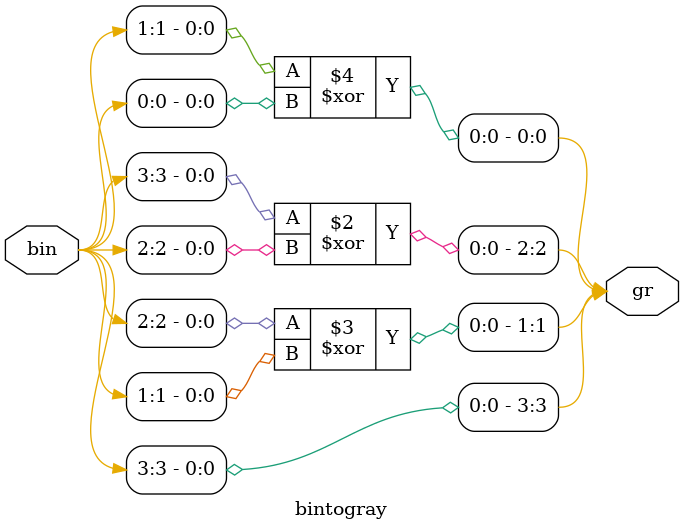
<source format=v>
module bintogray(
input [3:0]bin,
output reg [3:0]gr);

always @(bin)
begin
gr[3]=bin[3];
gr[2]=bin[3]^bin[2];
gr[1]=bin[2]^bin[1];
gr[0]=bin[1]^bin[0];
end
endmodule 


/*
----------------------or--------------
#at structure lavel(gate level)
module bintogray(
input [3:0]bin;
output [3:0]gr);
buf g3(gr[3],bin[3]);
xor g2(gr[2],bin[3],bin[2]);
xor g2(gr[1],bin[2],bin[1]);
xor g2(gr[0],bin[1],bin[0]);
endmodule
----------------or--------------
#using data flow
module bintogray(
input [3:0]bin;
output [3:0]gr);

assign gr[3]=bin[3];
assign gr[2]=bin[3]^bin[2];
assign gr[1]=bin[2]^bin[1];
assign gr[0]=bin[1]^bin[0];

endmodule

              */
</source>
